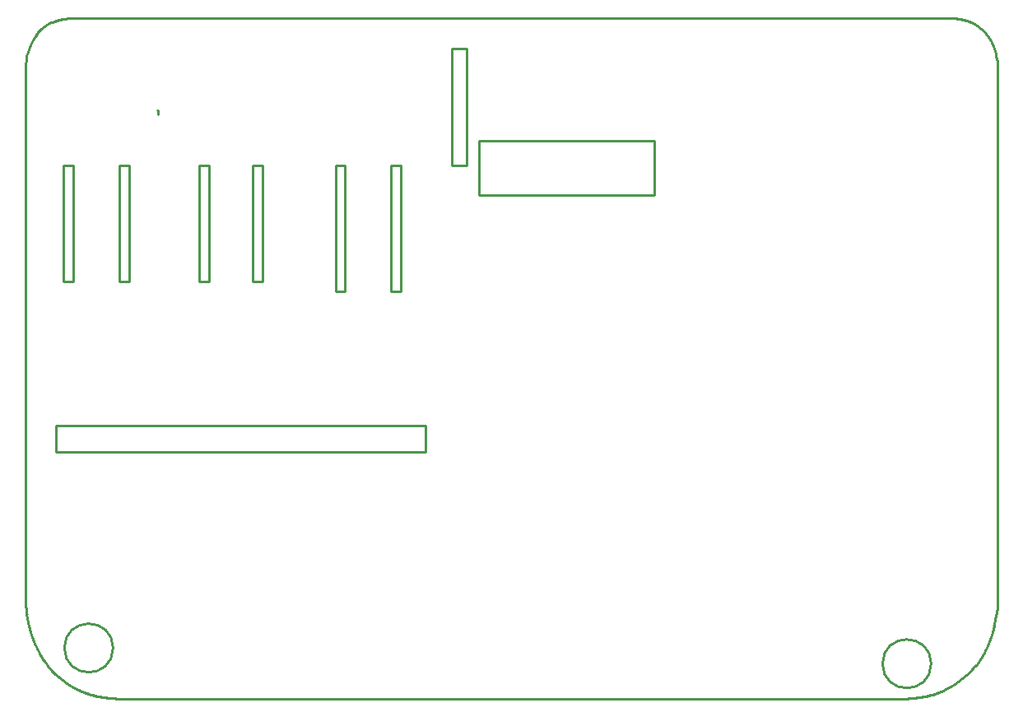
<source format=gbr>
%TF.GenerationSoftware,Altium Limited,Altium Designer,22.0.2 (36)*%
G04 Layer_Color=16711935*
%FSLAX45Y45*%
%MOMM*%
%TF.SameCoordinates,D2D0E374-18DE-4B15-8EA8-0B9E4DC8859C*%
%TF.FilePolarity,Positive*%
%TF.FileFunction,Other,Mechanical_1*%
%TF.Part,Single*%
G01*
G75*
%TA.AperFunction,NonConductor*%
%ADD58C,0.25400*%
D58*
X1912035Y1534434D02*
G03*
X1912035Y1534434I-250000J0D01*
G01*
X10328283Y1372344D02*
G03*
X10328283Y1372344I-250000J0D01*
G01*
X10860968Y7886612D02*
G03*
X10796659Y7937923I-287134J-293911D01*
G01*
X10796659Y7937923D02*
G03*
X10782650Y7946576I-225076J-348708D01*
G01*
X10762417Y7957788D02*
G03*
X10753809Y7962132I-197370J-380388D01*
G01*
D02*
G03*
X10745994Y7965870I-190855J-388994D01*
G01*
X10997368Y7628989D02*
G03*
X10994568Y7640777I-637389J-145188D01*
G01*
X11006774Y7578824D02*
G03*
X10997368Y7628989I-654257J-96708D01*
G01*
X10900322Y7842440D02*
G03*
X10895257Y7848848I-349907J-271346D01*
G01*
X10895258D02*
G03*
X10890043Y7855200I-341088J-274731D01*
G01*
X10890043Y7855199D02*
G03*
X10884070Y7862184I-332246J-278045D01*
G01*
D02*
G03*
X10877907Y7869088I-322834J-282026D01*
G01*
X10877907Y7869088D02*
G03*
X10870255Y7877256I-313344J-285890D01*
G01*
X10870255D02*
G03*
X10860968Y7886611I-302382J-290871D01*
G01*
X10782650Y7946576D02*
G03*
X10771755Y7952794I-213308J-361148D01*
G01*
X10745994Y7965870D02*
G03*
X10739028Y7969042I-185021J-396978D01*
G01*
X10771755Y7952794D02*
G03*
X10762417Y7957787I-204578J-371290D01*
G01*
X10976435Y1756546D02*
G03*
X10982036Y1780122I-1269178J313951D01*
G01*
X10982035Y1780121D02*
G03*
X11000847Y1880453I-1289702J293747D01*
G01*
X10777815Y1340403D02*
G03*
X10787944Y1353219I-689684J555509D01*
G01*
X10767385Y1327701D02*
G03*
X10777815Y1340403I-671746J562164D01*
G01*
X10755441Y1313731D02*
G03*
X10767386Y1327701I-652547J570060D01*
G01*
X10743114Y1299924D02*
G03*
X10755441Y1313731I-633342J577859D01*
G01*
X10727810Y1283588D02*
G03*
X10743114Y1299924I-611384J588116D01*
G01*
X10709235Y1264877D02*
G03*
X10727810Y1283589I-586189J600453D01*
G01*
X10580619Y1162254D02*
G03*
X10709235Y1264877I-445652J690445D01*
G01*
X10552600Y1144947D02*
G03*
X10580619Y1162254I-422133J714722D01*
G01*
X10530810Y1132513D02*
G03*
X10552600Y1144947I-404826J734732D01*
G01*
X10512134Y1122524D02*
G03*
X10530810Y1132512I-390480J752567D01*
G01*
X10465357Y1100015D02*
G03*
X10479288Y1106360I-356110J800302D01*
G01*
X10494918Y1113836D02*
G03*
X10512134Y1122524I-377525J769463D01*
G01*
X10479288Y1106360D02*
G03*
X10494918Y1113836I-366081J785465D01*
G01*
X1291421Y7971252D02*
G03*
X1284369Y7968145I174392J-405454D01*
G01*
X1143158Y7864264D02*
G03*
X1137129Y7857303I323372J-286187D01*
G01*
X1284369Y7968145D02*
G03*
X1277438Y7964946I179517J-398076D01*
G01*
D02*
G03*
X1269661Y7961179I184501J-390754D01*
G01*
D02*
G03*
X1261097Y7956803I190224J-382858D01*
G01*
Y7956803D02*
G03*
X1251806Y7951774I196707J-374520D01*
G01*
D02*
G03*
X1240078Y7944985I203810J-365575D01*
G01*
Y7944985D02*
G03*
X1180551Y7901535I211406J-352132D01*
G01*
X1180551D02*
G03*
X1167158Y7889248I273134J-311172D01*
G01*
D02*
G03*
X1157759Y7879948I289486J-301979D01*
G01*
D02*
G03*
X1150013Y7871825I301987J-295720D01*
G01*
D02*
G03*
X1143159Y7864264I313041J-290668D01*
G01*
X1137129Y7857303D02*
G03*
X1131864Y7850972I332918J-282208D01*
G01*
D02*
G03*
X1126750Y7844582I341835J-278856D01*
G01*
X1029864Y7636809D02*
G03*
X1020512Y7590825I642919J-154690D01*
G01*
X1024552Y1880453D02*
G03*
X1043364Y1780121I1308514J193415D01*
G01*
X1043364Y1780122D02*
G03*
X1048965Y1756546I1274778J290376D01*
G01*
X1530482Y1113836D02*
G03*
X1546112Y1106360I381711J777989D01*
G01*
X1513266Y1122524D02*
G03*
X1530482Y1113836I394740J760775D01*
G01*
X1237455Y1353219D02*
G03*
X1247585Y1340403I699813J542693D01*
G01*
X1247585D02*
G03*
X1258015Y1327701I682175J549462D01*
G01*
X1258014D02*
G03*
X1269959Y1313731I664492J556090D01*
G01*
D02*
G03*
X1282286Y1299924I645669J564052D01*
G01*
Y1299924D02*
G03*
X1297590Y1283588I626688J571781D01*
G01*
Y1283589D02*
G03*
X1316164Y1264877I604764J581742D01*
G01*
Y1264877D02*
G03*
X1444781Y1162254I574269J587822D01*
G01*
X1444781Y1162254D02*
G03*
X1472799Y1144947I450152J697415D01*
G01*
D02*
G03*
X1494590Y1132513I426617J722297D01*
G01*
Y1132512D02*
G03*
X1513266Y1122524I409155J742579D01*
G01*
X1546112Y1106360D02*
G03*
X1560043Y1100015I370042J793957D01*
G01*
X5680000Y6190000D02*
X7480000D01*
X5680000Y6750000D02*
X7480000D01*
Y6190000D02*
Y6750000D01*
X5680000Y6190000D02*
Y6750000D01*
X5400000Y7700000D02*
X5550000D01*
X5400000Y6500000D02*
Y7700000D01*
X5550000Y6500000D02*
Y7700000D01*
X5400000Y6500000D02*
X5550000D01*
X1325000Y3550000D02*
X5125000D01*
X1325000D02*
Y3825000D01*
X5125000Y3550000D02*
Y3825000D01*
X1325000D02*
X5125000D01*
X4200000Y5200000D02*
X4300000D01*
X4200000D02*
Y6500000D01*
X4300000D01*
Y5200000D02*
Y6500000D01*
X4775000Y5200000D02*
Y6500000D01*
X4875000Y5200000D02*
Y6500000D01*
X4775000Y5200000D02*
X4875000D01*
X4775000Y6500000D02*
X4875000D01*
X3350000D02*
X3450000D01*
Y5300000D02*
Y6500000D01*
X3350000Y5300000D02*
Y6500000D01*
Y5300000D02*
X3450000D01*
X2800000D02*
X2900000D01*
X2800000Y6500000D02*
X2900000D01*
Y5300000D02*
Y6500000D01*
X2800000Y5300000D02*
Y6500000D01*
X1975000Y5300000D02*
Y5400000D01*
Y6500000D02*
X2075000D01*
Y5300000D02*
Y6500000D01*
X1975000Y5300000D02*
X2075000D01*
X1975000Y5400000D02*
Y6500000D01*
X1500000Y5300000D02*
Y6500000D01*
X1400000Y5300000D02*
X1500000D01*
X1400000D02*
Y6500000D01*
X1500000D01*
X2374034Y7026134D02*
X2374043Y7025943D01*
X2373683Y7032665D02*
X2373715Y7032154D01*
X2373856Y7029731D02*
X2373881Y7029274D01*
X2373745Y7031652D02*
X2373775Y7031158D01*
X2373803Y7030674D01*
X2373715Y7032154D02*
X2373745Y7031652D01*
X2373881Y7029274D02*
X2373905Y7028825D01*
X2373927Y7028386D01*
X2373949Y7027955D01*
X2373970Y7027534D01*
X2373989Y7027123D01*
X2374008Y7026720D01*
X2374026Y7026327D01*
X2370538Y7064499D02*
X2370870Y7061925D01*
X2373650Y7033185D02*
X2373683Y7032665D01*
X2373803Y7030674D02*
X2373830Y7030198D01*
X2373856Y7029731D01*
X2373616Y7033714D02*
X2373650Y7033185D01*
X2373197Y7039470D02*
X2373269Y7038553D01*
X2373337Y7037655D01*
X2373381Y7037066D01*
X2373424Y7036486D01*
X2373465Y7035915D01*
X2373505Y7035352D01*
X2373543Y7034797D01*
X2373580Y7034251D01*
X2373616Y7033714D01*
X2373121Y7040406D02*
X2373197Y7039470D01*
X2373042Y7041360D02*
X2373121Y7040406D01*
X2374208Y7021114D02*
X2374211Y7021004D01*
X2374220Y7020589D02*
X2374222Y7020492D01*
X2374211Y7021004D02*
X2374213Y7020897D01*
X2374216Y7020792D01*
X2374222Y7020492D02*
X2374224Y7020397D01*
X2374226Y7020305D01*
X2374227Y7020216D01*
X2374229Y7020129D01*
X2374230Y7020044D01*
X2374232Y7019962D01*
X2374233Y7019883D01*
X2374216Y7020792D02*
X2374218Y7020689D01*
X2374241Y7019344D02*
X2374241Y7019288D01*
X2374244Y7019050D02*
X2374244Y7019011D01*
X2374242Y7019185D02*
X2374243Y7019138D01*
X2374243Y7019093D01*
X2374244Y7019050D01*
X2374244Y7018974D02*
X2374244Y7018940D01*
X2374245Y7018908D01*
X2374245Y7018880D01*
X2374244Y7019011D02*
X2374244Y7018974D01*
X2374245Y7018854D02*
Y7018880D01*
X2374245Y7018742D02*
Y7018744D01*
Y7018748D01*
X2374245Y7018792D02*
Y7018810D01*
Y7018831D01*
X2374245Y7018854D02*
X2374245Y7018831D01*
Y7018792D02*
X2374245Y7018777D01*
Y7018764D02*
Y7018777D01*
Y7018755D02*
Y7018764D01*
Y7018748D02*
Y7018755D01*
X2370124Y7067580D02*
X2370538Y7064499D01*
X2372591Y7046399D02*
X2372689Y7045356D01*
X2372960Y7042332D02*
X2373042Y7041360D01*
X2372689Y7045356D02*
X2372783Y7044330D01*
X2372873Y7043322D01*
X2372960Y7042332D01*
X2372454Y7047818D02*
X2372591Y7046399D01*
X2372310Y7049267D02*
X2372454Y7047818D01*
X2372159Y7050747D02*
X2372310Y7049267D01*
X2370870Y7061925D02*
X2371181Y7059412D01*
X2371656Y7055364D02*
X2371832Y7053796D01*
X2371999Y7052256D01*
X2372159Y7050747D01*
X2374242Y7019235D02*
X2374242Y7019185D01*
X2374218Y7020689D02*
X2374220Y7020589D01*
X2374241Y7019288D02*
X2374242Y7019235D01*
X2374240Y7019402D02*
X2374241Y7019344D01*
X2374237Y7019661D02*
X2374238Y7019593D01*
X2374239Y7019526D01*
X2374239Y7019463D01*
X2374240Y7019402D01*
X2374235Y7019807D02*
X2374236Y7019733D01*
X2374237Y7019661D01*
X2374233Y7019883D02*
X2374235Y7019807D01*
X2374206Y7021226D02*
X2374208Y7021114D01*
X2374200Y7021459D02*
X2374203Y7021342D01*
X2374206Y7021226D01*
X2374190Y7021827D02*
X2374193Y7021702D01*
X2374197Y7021580D01*
X2374200Y7021459D01*
X2374187Y7021955D02*
X2374190Y7021827D01*
X2374183Y7022085D02*
X2374187Y7021955D01*
X2374179Y7022218D02*
X2374183Y7022085D01*
X2374171Y7022490D02*
X2374175Y7022353D01*
X2374179Y7022218D01*
X2374051Y7025755D02*
X2374059Y7025569D01*
X2374066Y7025385D01*
X2374074Y7025204D01*
X2374088Y7024848D02*
X2374095Y7024674D01*
X2374102Y7024502D01*
X2374108Y7024333D01*
X2374114Y7024166D01*
X2374074Y7025204D02*
X2374081Y7025025D01*
X2374088Y7024848D01*
X2374043Y7025943D02*
X2374051Y7025755D01*
X2374114Y7024166D02*
X2374120Y7024002D01*
X2374126Y7023840D01*
X2374132Y7023680D01*
X2374148Y7023216D02*
X2374153Y7023065D01*
X2374158Y7022918D01*
X2374162Y7022773D01*
X2374167Y7022631D01*
X2374171Y7022490D01*
X2374143Y7023368D02*
X2374148Y7023216D01*
X2374137Y7023523D02*
X2374143Y7023368D01*
X2374132Y7023680D02*
X2374137Y7023523D01*
X1508213Y8012687D02*
X1512700Y8012700D01*
X1503754Y8012646D02*
X1508213Y8012687D01*
X1499321Y8012579D02*
X1503754Y8012646D01*
X1494915Y8012486D02*
X1499321Y8012579D01*
X1490536Y8012366D02*
X1494915Y8012486D01*
X1486183Y8012220D02*
X1490536Y8012366D01*
X1481857Y8012048D02*
X1486183Y8012220D01*
X1477557Y8011850D02*
X1481857Y8012048D01*
X1473284Y8011626D02*
X1477557Y8011850D01*
X1469036Y8011377D02*
X1473284Y8011626D01*
X1464815Y8011102D02*
X1469036Y8011377D01*
X1460621Y8010803D02*
X1464815Y8011102D01*
X1393224Y8002005D02*
X1398248Y8002938D01*
X1378416Y7998969D02*
X1383309Y8000020D01*
X1388245Y8001032D02*
X1393224Y8002005D01*
X1383309Y8000020D02*
X1388245Y8001032D01*
X1373567Y7997879D02*
X1378416Y7998969D01*
X1368761Y7996752D02*
X1373567Y7997879D01*
X1363998Y7995586D02*
X1368761Y7996752D01*
X1359277Y7994383D02*
X1363998Y7995586D01*
X1354599Y7993144D02*
X1359277Y7994383D01*
X1349963Y7991867D02*
X1354599Y7993144D01*
X1344227Y7990221D02*
X1349963Y7991867D01*
X1338557Y7988519D02*
X1344227Y7990221D01*
X1332952Y7986762D02*
X1338557Y7988519D01*
X10518676Y8012676D02*
X10523127Y8012627D01*
X10512700Y8012700D02*
X10518676Y8012676D01*
X1512700Y8012700D02*
X10512700D01*
X1456452Y8010478D02*
X1460621Y8010803D01*
X1452309Y8010128D02*
X1456452Y8010478D01*
X1435995Y8008483D02*
X1440035Y8008931D01*
X1448192Y8009754D02*
X1452309Y8010128D01*
X1444101Y8009355D02*
X1448192Y8009754D01*
X1440035Y8008931D02*
X1444101Y8009355D01*
X1431981Y8008012D02*
X1435995Y8008483D01*
X1427992Y8007516D02*
X1431981Y8008012D01*
X1424028Y8006996D02*
X1427992Y8007516D01*
X1418783Y8006267D02*
X1424028Y8006996D01*
X1413582Y8005496D02*
X1418783Y8006267D01*
X1408426Y8004684D02*
X1413582Y8005496D01*
X1403315Y8003832D02*
X1408426Y8004684D01*
X1398248Y8002938D02*
X1403315Y8003832D01*
X1327411Y7984951D02*
X1332952Y7986762D01*
X1291421Y7971252D02*
X1297561Y7973839D01*
X1310112Y7978798D02*
X1316523Y7981168D01*
X1321935Y7983086D02*
X1327411Y7984951D01*
X1316523Y7981168D02*
X1321935Y7983086D01*
X1303791Y7976355D02*
X1310112Y7978798D01*
X1297561Y7973839D02*
X1303791Y7976355D01*
X11012617Y7517071D02*
X11012621Y7516916D01*
X11012612Y7517228D02*
X11012617Y7517071D01*
X11012607Y7517388D02*
X11012612Y7517228D01*
X11012602Y7517551D02*
X11012607Y7517388D01*
X11012597Y7517716D02*
X11012602Y7517551D01*
X11012592Y7517884D02*
X11012597Y7517716D01*
X11012587Y7518055D02*
X11012592Y7517884D01*
X11012581Y7518228D02*
X11012587Y7518055D01*
X11012575Y7518403D02*
X11012581Y7518228D01*
X11012569Y7518582D02*
X11012575Y7518403D01*
X11012563Y7518763D02*
X11012569Y7518582D01*
X11012556Y7518946D02*
X11012563Y7518763D01*
X11012549Y7519133D02*
X11012556Y7518946D01*
X11012543Y7519322D02*
X11012549Y7519133D01*
X11012536Y7519513D02*
X11012543Y7519322D01*
X11012528Y7519707D02*
X11012536Y7519513D01*
X11012521Y7519903D02*
X11012528Y7519707D01*
X11012513Y7520103D02*
X11012521Y7519903D01*
X11012506Y7520304D02*
X11012513Y7520103D01*
X11012497Y7520509D02*
X11012506Y7520304D01*
X11012489Y7520715D02*
X11012497Y7520509D01*
X11012472Y7521137D02*
X11012489Y7520715D01*
X11012453Y7521568D02*
X11012472Y7521137D01*
X11012434Y7522010D02*
X11012453Y7521568D01*
X11012414Y7522462D02*
X11012434Y7522010D01*
X11012393Y7522923D02*
X11012414Y7522462D01*
X11012700Y7512706D02*
Y7512713D01*
Y7512724D01*
X11011079Y7542314D02*
X11011176Y7541189D01*
X11010944Y7543844D02*
X11011079Y7542314D01*
X11012700Y7512700D02*
Y7512702D01*
Y7512706D01*
Y7512724D02*
Y7512737D01*
Y7512754D01*
Y7512773D01*
X11012700Y7512795D02*
X11012700Y7512773D01*
X11012700Y7512795D02*
Y7512821D01*
X11012699Y7512849D02*
X11012700Y7512821D01*
X11012699Y7512849D02*
Y7512880D01*
X11012699Y7512914D02*
X11012699Y7512880D01*
X11012699Y7512951D02*
X11012699Y7512914D01*
X11012699Y7512991D02*
X11012699Y7512951D01*
X11012698Y7513034D02*
X11012699Y7512991D01*
X11012698Y7513080D02*
X11012698Y7513034D01*
X11012698Y7513128D02*
X11012698Y7513080D01*
X11012697Y7513180D02*
X11012698Y7513128D01*
X11012697Y7513235D02*
X11012697Y7513180D01*
X11012696Y7513292D02*
X11012697Y7513235D01*
X11012695Y7513352D02*
X11012696Y7513292D01*
X11012695Y7513415D02*
X11012695Y7513352D01*
X11012694Y7513481D02*
X11012695Y7513415D01*
X11012693Y7513550D02*
X11012694Y7513481D01*
X11012692Y7513622D02*
X11012693Y7513550D01*
X11012691Y7513696D02*
X11012692Y7513622D01*
X11012690Y7513774D02*
X11012691Y7513696D01*
X11012689Y7513854D02*
X11012690Y7513774D01*
X11012688Y7513937D02*
X11012689Y7513854D01*
X11012686Y7514023D02*
X11012688Y7513937D01*
X11012685Y7514112D02*
X11012686Y7514023D01*
X11012684Y7514203D02*
X11012685Y7514112D01*
X11012682Y7514297D02*
X11012684Y7514203D01*
X11012680Y7514395D02*
X11012682Y7514297D01*
X11012679Y7514494D02*
X11012680Y7514395D01*
X11012677Y7514597D02*
X11012679Y7514494D01*
X11012675Y7514703D02*
X11012677Y7514597D01*
X11012672Y7514811D02*
X11012675Y7514703D01*
X11012670Y7514922D02*
X11012672Y7514811D01*
X11012668Y7515036D02*
X11012670Y7514922D01*
X11012666Y7515153D02*
X11012668Y7515036D01*
X11012663Y7515272D02*
X11012666Y7515153D01*
X11012660Y7515394D02*
X11012663Y7515272D01*
X11012657Y7515519D02*
X11012660Y7515394D01*
X11012654Y7515646D02*
X11012657Y7515519D01*
X11012651Y7515777D02*
X11012654Y7515646D01*
X11012648Y7515910D02*
X11012651Y7515777D01*
X11012645Y7516045D02*
X11012648Y7515910D01*
X11012641Y7516184D02*
X11012645Y7516045D01*
X11012637Y7516325D02*
X11012641Y7516184D01*
X11012634Y7516469D02*
X11012637Y7516325D01*
X11012630Y7516615D02*
X11012634Y7516469D01*
X11012625Y7516764D02*
X11012630Y7516615D01*
X11012621Y7516916D02*
X11012625Y7516764D01*
X11011978Y7530411D02*
X11012016Y7529814D01*
X11011940Y7531017D02*
X11011978Y7530411D01*
X11011899Y7531632D02*
X11011940Y7531017D01*
X11011857Y7532256D02*
X11011899Y7531632D01*
X11011814Y7532890D02*
X11011857Y7532256D01*
X11011747Y7533857D02*
X11011814Y7532890D01*
X11011676Y7534845D02*
X11011747Y7533857D01*
X11011602Y7535853D02*
X11011676Y7534845D01*
X11011524Y7536881D02*
X11011602Y7535853D01*
X11011442Y7537929D02*
X11011524Y7536881D01*
X11011357Y7538996D02*
X11011442Y7537929D01*
X11011268Y7540083D02*
X11011357Y7538996D01*
X11011176Y7541189D02*
X11011268Y7540083D01*
X11012371Y7523395D02*
X11012393Y7522923D01*
X11012348Y7523876D02*
X11012371Y7523395D01*
X11012323Y7524368D02*
X11012348Y7523876D01*
X11012298Y7524869D02*
X11012323Y7524368D01*
X11012271Y7525380D02*
X11012298Y7524869D01*
X11012244Y7525901D02*
X11012271Y7525380D01*
X11012215Y7526431D02*
X11012244Y7525901D01*
X11012185Y7526971D02*
X11012215Y7526431D01*
X11012153Y7527521D02*
X11012185Y7526971D01*
X11012121Y7528080D02*
X11012153Y7527521D01*
X11012087Y7528648D02*
X11012121Y7528080D01*
X11012052Y7529226D02*
X11012087Y7528648D01*
X11012016Y7529814D02*
X11012052Y7529226D01*
X10920103Y7814857D02*
X10923473Y7809700D01*
X10929965Y7799332D02*
X10933090Y7794126D01*
X10926760Y7804524D02*
X10929965Y7799332D01*
X10923473Y7809700D02*
X10926760Y7804524D01*
X10916650Y7819994D02*
X10920103Y7814857D01*
X10913112Y7825107D02*
X10916650Y7819994D01*
X10908963Y7830921D02*
X10913112Y7825107D01*
X10904700Y7836700D02*
X10908963Y7830921D01*
X10900322Y7842440D02*
X10904700Y7836700D01*
X11010802Y7545408D02*
X11010944Y7543844D01*
X11010329Y7550294D02*
X11010494Y7548633D01*
X11010652Y7547004D02*
X11010802Y7545408D01*
X11010494Y7548633D02*
X11010652Y7547004D01*
X11010156Y7551987D02*
X11010329Y7550294D01*
X11009927Y7554148D02*
X11010156Y7551987D01*
X11009686Y7556357D02*
X11009927Y7554148D01*
X11009430Y7558614D02*
X11009686Y7556357D01*
X11009105Y7561384D02*
X11009430Y7558614D01*
X11008700Y7564700D02*
X11009105Y7561384D01*
X11008200Y7568597D02*
X11008700Y7564700D01*
X11007591Y7573115D02*
X11008200Y7568597D01*
X11006774Y7578824D02*
X11007591Y7573115D01*
X10992168Y7650174D02*
X10994568Y7640777D01*
X10985695Y7673016D02*
X10987782Y7666000D01*
X10989950Y7658374D02*
X10992168Y7650174D01*
X10987782Y7666000D02*
X10989950Y7658374D01*
X10983720Y7679393D02*
X10985695Y7673016D01*
X10981650Y7685825D02*
X10983720Y7679393D01*
X10979485Y7692307D02*
X10981650Y7685825D01*
X10977477Y7698109D02*
X10979485Y7692307D01*
X10975391Y7703943D02*
X10977477Y7698109D01*
X10973223Y7709808D02*
X10975391Y7703943D01*
X10970973Y7715700D02*
X10973223Y7709808D01*
X10968936Y7720876D02*
X10970973Y7715700D01*
X10966833Y7726068D02*
X10968936Y7720876D01*
X10964664Y7731274D02*
X10966833Y7726068D01*
X10957749Y7746959D02*
X10960123Y7741722D01*
X10962428Y7736493D02*
X10964664Y7731274D01*
X10960123Y7741722D02*
X10962428Y7736493D01*
X10955304Y7752203D02*
X10957749Y7746959D01*
X10952788Y7757450D02*
X10955304Y7752203D01*
X10950200Y7762700D02*
X10952788Y7757450D01*
X10947538Y7767950D02*
X10950200Y7762700D01*
X10944802Y7773197D02*
X10947538Y7767950D01*
X10941990Y7778441D02*
X10944802Y7773197D01*
X10939101Y7783678D02*
X10941990Y7778441D01*
X10936135Y7788907D02*
X10939101Y7783678D01*
X10933090Y7794126D02*
X10936135Y7788907D01*
X10731942Y7972122D02*
X10739028Y7969042D01*
X10725772Y7974685D02*
X10731942Y7972122D01*
X10719512Y7977177D02*
X10725772Y7974685D01*
X10713161Y7979596D02*
X10719512Y7977177D01*
X10707800Y7981556D02*
X10713161Y7979596D01*
X10702375Y7983463D02*
X10707800Y7981556D01*
X10696886Y7985317D02*
X10702375Y7983463D01*
X10661402Y7995586D02*
X10666123Y7994383D01*
X10691332Y7987118D02*
X10696886Y7985317D01*
X10685714Y7988864D02*
X10691332Y7987118D01*
X10680031Y7990555D02*
X10685714Y7988864D01*
X10675437Y7991867D02*
X10680031Y7990555D01*
X10670801Y7993144D02*
X10675437Y7991867D01*
X10666123Y7994383D02*
X10670801Y7993144D01*
X10656639Y7996752D02*
X10661402Y7995586D01*
X10651833Y7997879D02*
X10656639Y7996752D01*
X10646984Y7998969D02*
X10651833Y7997879D01*
X10642091Y8000020D02*
X10646984Y7998969D01*
X10637155Y8001032D02*
X10642091Y8000020D01*
X10632176Y8002005D02*
X10637155Y8001032D01*
X10616973Y8004684D02*
X10622085Y8003832D01*
X10627152Y8002938D02*
X10632176Y8002005D01*
X10622085Y8003832D02*
X10627152Y8002938D01*
X10611817Y8005496D02*
X10616973Y8004684D01*
X10606617Y8006267D02*
X10611817Y8005496D01*
X10602687Y8006818D02*
X10606617Y8006267D01*
X10598732Y8007345D02*
X10602687Y8006818D01*
X10594751Y8007849D02*
X10598732Y8007345D01*
X10590746Y8008329D02*
X10594751Y8007849D01*
X10586714Y8008785D02*
X10590746Y8008329D01*
X10582657Y8009216D02*
X10586714Y8008785D01*
X10578575Y8009623D02*
X10582657Y8009216D01*
X10574466Y8010006D02*
X10578575Y8009623D01*
X10561985Y8011005D02*
X10566172Y8010697D01*
X10570332Y8010364D02*
X10574466Y8010006D01*
X10566172Y8010697D02*
X10570332Y8010364D01*
X10557773Y8011288D02*
X10561985Y8011005D01*
X10553535Y8011546D02*
X10557773Y8011288D01*
X10549270Y8011778D02*
X10553535Y8011546D01*
X10544979Y8011984D02*
X10549270Y8011778D01*
X10540662Y8012165D02*
X10544979Y8011984D01*
X10536318Y8012320D02*
X10540662Y8012165D01*
X10531947Y8012449D02*
X10536318Y8012320D01*
X10527550Y8012551D02*
X10531947Y8012449D01*
X10523127Y8012627D02*
X10527550Y8012551D01*
X11012700Y2012700D02*
Y7512700D01*
Y2012697D02*
Y2012700D01*
Y2012688D02*
Y2012697D01*
Y2012673D02*
Y2012688D01*
Y2012652D02*
Y2012673D01*
Y2012625D02*
Y2012652D01*
Y2012592D02*
Y2012625D01*
X11012700Y2012554D02*
X11012700Y2012592D01*
X11012699Y2012509D02*
X11012700Y2012554D01*
X11012699Y2012459D02*
Y2012509D01*
X11012699Y2012402D02*
X11012699Y2012459D01*
X11012699Y2012340D02*
X11012699Y2012402D01*
X11012698Y2012271D02*
X11012699Y2012340D01*
X11012425Y2000574D02*
X11012438Y2000936D01*
X11012412Y2000207D02*
X11012425Y2000574D01*
X11012399Y1999834D02*
X11012412Y2000207D01*
X11012385Y1999457D02*
X11012399Y1999834D01*
X11012371Y1999074D02*
X11012385Y1999457D01*
X11012357Y1998686D02*
X11012371Y1999074D01*
X11012342Y1998293D02*
X11012357Y1998686D01*
X11012327Y1997894D02*
X11012342Y1998293D01*
X11012311Y1997491D02*
X11012327Y1997894D01*
X11012295Y1997082D02*
X11012311Y1997491D01*
X11012278Y1996669D02*
X11012295Y1997082D01*
X11012243Y1995826D02*
X11012278Y1996669D01*
X11012207Y1994963D02*
X11012243Y1995826D01*
X11012559Y2004869D02*
X11012567Y2005162D01*
X11012551Y2004571D02*
X11012559Y2004869D01*
X11012542Y2004267D02*
X11012551Y2004571D01*
X11012533Y2003958D02*
X11012542Y2004267D01*
X11012524Y2003643D02*
X11012533Y2003958D01*
X11012515Y2003323D02*
X11012524Y2003643D01*
X11012505Y2002998D02*
X11012515Y2003323D01*
X11012495Y2002668D02*
X11012505Y2002998D01*
X11012484Y2002332D02*
X11012495Y2002668D01*
X11012473Y2001991D02*
X11012484Y2002332D01*
X11012462Y2001645D02*
X11012473Y2001991D01*
X11012450Y2001293D02*
X11012462Y2001645D01*
X11012438Y2000936D02*
X11012450Y2001293D01*
X11012641Y2008256D02*
X11012645Y2008478D01*
X11012636Y2008028D02*
X11012641Y2008256D01*
X11012631Y2007795D02*
X11012636Y2008028D01*
X11012626Y2007556D02*
X11012631Y2007795D01*
X11012620Y2007312D02*
X11012626Y2007556D01*
X11012615Y2007062D02*
X11012620Y2007312D01*
X11012609Y2006807D02*
X11012615Y2007062D01*
X11012603Y2006547D02*
X11012609Y2006807D01*
X11012596Y2006280D02*
X11012603Y2006547D01*
X11012589Y2006009D02*
X11012596Y2006280D01*
X11012582Y2005732D02*
X11012589Y2006009D01*
X11012575Y2005450D02*
X11012582Y2005732D01*
X11012567Y2005162D02*
X11012575Y2005450D01*
X11012682Y2010707D02*
X11012684Y2010856D01*
X11012680Y2010552D02*
X11012682Y2010707D01*
X11012678Y2010392D02*
X11012680Y2010552D01*
X11012675Y2010226D02*
X11012678Y2010392D01*
X11012673Y2010054D02*
X11012675Y2010226D01*
X11012670Y2009877D02*
X11012673Y2010054D01*
X11012667Y2009693D02*
X11012670Y2009877D01*
X11012664Y2009505D02*
X11012667Y2009693D01*
X11012661Y2009310D02*
X11012664Y2009505D01*
X11012657Y2009111D02*
X11012661Y2009310D01*
X11012653Y2008905D02*
X11012657Y2009111D01*
X11012649Y2008694D02*
X11012653Y2008905D01*
X11012645Y2008478D02*
X11012649Y2008694D01*
X11012168Y1994080D02*
X11012207Y1994963D01*
X11012128Y1993177D02*
X11012168Y1994080D01*
X11012086Y1992253D02*
X11012128Y1993177D01*
X11012041Y1991310D02*
X11012086Y1992253D01*
X11011995Y1990347D02*
X11012041Y1991310D01*
X11011946Y1989364D02*
X11011995Y1990347D01*
X11011896Y1988362D02*
X11011946Y1989364D01*
X11011843Y1987340D02*
X11011896Y1988362D01*
X11011787Y1986298D02*
X11011843Y1987340D01*
X11011730Y1985238D02*
X11011787Y1986298D01*
X11011670Y1984158D02*
X11011730Y1985238D01*
X11011607Y1983059D02*
X11011670Y1984158D01*
X11011542Y1981940D02*
X11011607Y1983059D01*
X11011475Y1980803D02*
X11011542Y1981940D01*
X11011405Y1979647D02*
X11011475Y1980803D01*
X11011332Y1978472D02*
X11011405Y1979647D01*
X11011257Y1977279D02*
X11011332Y1978472D01*
X11011179Y1976067D02*
X11011257Y1977279D01*
X11011098Y1974836D02*
X11011179Y1976067D01*
X11011015Y1973587D02*
X11011098Y1974836D01*
X11010928Y1972320D02*
X11011015Y1973587D01*
X11010793Y1970385D02*
X11010928Y1972320D01*
X11010652Y1968410D02*
X11010793Y1970385D01*
X11010503Y1966394D02*
X11010652Y1968410D01*
X11010347Y1964338D02*
X11010503Y1966394D01*
X11010184Y1962243D02*
X11010347Y1964338D01*
X11010014Y1960108D02*
X11010184Y1962243D01*
X11009837Y1957935D02*
X11010014Y1960108D01*
X11009651Y1955722D02*
X11009837Y1957935D01*
X11009458Y1953472D02*
X11009651Y1955722D01*
X11009188Y1950412D02*
X11009458Y1953472D01*
X11008904Y1947285D02*
X11009188Y1950412D01*
X11008604Y1944092D02*
X11008904Y1947285D01*
X11008289Y1940834D02*
X11008604Y1944092D01*
X11007958Y1937511D02*
X11008289Y1940834D01*
X11007611Y1934125D02*
X11007958Y1937511D01*
X11007155Y1929803D02*
X11007611Y1934125D01*
X11006671Y1925385D02*
X11007155Y1929803D01*
X11006161Y1920871D02*
X11006671Y1925385D01*
X11005511Y1915331D02*
X11006161Y1920871D01*
X11004700Y1908700D02*
X11005511Y1915331D01*
X11003701Y1900906D02*
X11004700Y1908700D01*
X11002482Y1891869D02*
X11003701Y1900906D01*
X11000848Y1880453D02*
X11002482Y1891869D01*
X10971636Y1737752D02*
X10976435Y1756546D01*
X10967201Y1721352D02*
X10971636Y1737752D01*
X10962864Y1706100D02*
X10967201Y1721352D01*
X10958690Y1692068D02*
X10962864Y1706100D01*
X10954739Y1679314D02*
X10958690Y1692068D01*
X10950601Y1666450D02*
X10954739Y1679314D01*
X11012684Y2010856D02*
X11012686Y2011000D01*
X11012698Y2012197D02*
X11012698Y2012271D01*
X11012697Y2012117D02*
X11012698Y2012197D01*
X11012697Y2012032D02*
X11012697Y2012117D01*
X11012696Y2011940D02*
X11012697Y2012032D01*
X11012695Y2011843D02*
X11012696Y2011940D01*
X11012694Y2011740D02*
X11012695Y2011843D01*
X11012693Y2011631D02*
X11012694Y2011740D01*
X11012692Y2011516D02*
X11012693Y2011631D01*
X11012691Y2011396D02*
X11012692Y2011516D01*
X11012689Y2011269D02*
X11012691Y2011396D01*
X11012688Y2011137D02*
X11012689Y2011269D01*
X11012686Y2011000D02*
X11012688Y2011137D01*
X1012711Y7513854D02*
X1012712Y7513937D01*
X1012708Y7513622D02*
X1012709Y7513696D01*
X1012710Y7513774D02*
X1012711Y7513854D01*
X1012709Y7513696D02*
X1012710Y7513774D01*
X1012707Y7513550D02*
X1012708Y7513622D01*
X1012706Y7513481D02*
X1012707Y7513550D01*
X1012705Y7513415D02*
X1012706Y7513481D01*
X1012705Y7513352D02*
X1012705Y7513415D01*
X1012704Y7513292D02*
X1012705Y7513352D01*
X1012703Y7513235D02*
X1012704Y7513292D01*
X1012703Y7513180D02*
X1012703Y7513235D01*
X1012702Y7513128D02*
X1012703Y7513180D01*
X1012702Y7513080D02*
X1012702Y7513128D01*
X1084639Y7780686D02*
X1087561Y7785920D01*
X1081794Y7775445D02*
X1084639Y7780686D01*
X1083145Y1641883D02*
X1087318Y1630214D01*
X1091654Y1618484D01*
X1096154Y1606700D01*
X1100228Y1596349D01*
X1104434Y1585965D01*
X1108772Y1575552D01*
X1113245Y1565114D01*
X1117854Y1554656D01*
X1122602Y1544181D01*
X1127491Y1533694D01*
X1132523Y1523199D01*
X1012702Y7513034D02*
X1012702Y7513080D01*
X1012701Y7512914D02*
X1012701Y7512951D01*
X1012701Y7512991D02*
X1012702Y7513034D01*
X1012701Y7512951D02*
X1012701Y7512991D01*
X1012701Y7512880D02*
X1012701Y7512914D01*
X1012701Y7512849D02*
Y7512880D01*
X1012700Y7512821D02*
X1012701Y7512849D01*
X1012700Y7512795D02*
Y7512821D01*
X1012700Y7512773D02*
X1012700Y7512795D01*
X1012700Y7512754D02*
Y7512773D01*
Y7512737D02*
Y7512754D01*
Y7512724D02*
Y7512737D01*
Y7512713D02*
Y7512724D01*
Y7512706D02*
Y7512713D01*
Y6012700D02*
Y7012700D01*
Y7512700D02*
Y7512706D01*
Y7012700D02*
Y7512700D01*
Y5012700D02*
Y6012700D01*
Y4012700D02*
Y5012700D01*
Y3012700D02*
Y4012700D01*
Y2012700D02*
Y3012700D01*
Y2012697D02*
Y2012700D01*
Y2012688D02*
Y2012697D01*
Y2012673D02*
Y2012688D01*
Y2012652D02*
Y2012673D01*
Y2012625D02*
Y2012652D01*
Y2012592D02*
Y2012625D01*
X1012701Y2012459D02*
Y2012509D01*
X1012700Y2012592D02*
X1012700Y2012554D01*
X1012701Y2012509D01*
Y2012459D02*
X1012701Y2012402D01*
X1012701Y2012340D01*
X1012702Y2012271D01*
X1012702Y2012197D01*
X1012703Y2012117D01*
X1012703Y2012032D01*
X1012704Y2011940D01*
X1012705Y2011843D01*
X1012706Y2011740D01*
X1012707Y2011631D01*
X1012709Y2011396D02*
X1012711Y2011269D01*
X1012707Y2011631D02*
X1012708Y2011516D01*
X1012709Y2011396D01*
X1012711Y2011269D02*
X1012712Y2011137D01*
X1012714Y2011000D01*
X1012716Y2010856D01*
X1012718Y2010707D01*
X1012720Y2010552D01*
X1012722Y2010392D01*
X1012724Y2010226D01*
X1012727Y2010054D01*
X1012730Y2009877D01*
X1012733Y2009693D01*
X1012739Y2009310D02*
X1012743Y2009111D01*
X1012733Y2009693D02*
X1012736Y2009505D01*
X1012739Y2009310D01*
X1012743Y2009111D02*
X1012747Y2008905D01*
X1012751Y2008694D01*
X1012755Y2008478D01*
X1012759Y2008256D01*
X1012764Y2008028D01*
X1012769Y2007795D01*
X1012774Y2007556D01*
X1012780Y2007312D01*
X1012785Y2007062D01*
X1012791Y2006807D01*
X1012804Y2006280D02*
X1012811Y2006009D01*
X1012791Y2006807D02*
X1012797Y2006547D01*
X1012804Y2006280D01*
X1012811Y2006009D02*
X1012818Y2005732D01*
X1012825Y2005450D01*
X1012833Y2005162D01*
X1012840Y2004869D01*
X1012849Y2004571D01*
X1012858Y2004267D01*
X1012866Y2003958D01*
X1012876Y2003643D01*
X1012885Y2003323D01*
X1012895Y2002998D01*
X1012916Y2002332D02*
X1012927Y2001991D01*
X1012895Y2002998D02*
X1012905Y2002668D01*
X1012916Y2002332D01*
X1012927Y2001991D02*
X1012938Y2001645D01*
X1012950Y2001293D01*
X1012962Y2000936D01*
X1012975Y2000574D01*
X1012988Y2000207D01*
X1013001Y1999834D01*
X1013014Y1999457D01*
X1013028Y1999074D01*
X1013043Y1998686D01*
X1013058Y1998293D01*
X1013089Y1997491D02*
X1013105Y1997082D01*
X1013058Y1998293D02*
X1013073Y1997894D01*
X1013089Y1997491D01*
X1013105Y1997082D02*
X1013122Y1996669D01*
X1013156Y1995826D01*
X1013193Y1994963D01*
X1013231Y1994080D01*
X1013272Y1993177D01*
X1013314Y1992253D01*
X1013358Y1991310D01*
X1013405Y1990347D01*
X1013453Y1989364D01*
X1013504Y1988362D01*
X1013613Y1986298D02*
X1013670Y1985238D01*
X1013504Y1988362D02*
X1013557Y1987340D01*
X1013613Y1986298D01*
X1013670Y1985238D02*
X1013730Y1984158D01*
X1013793Y1983059D01*
X1013858Y1981940D01*
X1013925Y1980803D01*
X1013995Y1979647D01*
X1014068Y1978472D01*
X1014143Y1977279D01*
X1014221Y1976067D01*
X1014302Y1974836D01*
X1014385Y1973587D01*
X1014607Y1970385D02*
X1014748Y1968410D01*
X1014385Y1973587D02*
X1014471Y1972320D01*
X1014607Y1970385D01*
X1014748Y1968410D02*
X1014897Y1966394D01*
X1015053Y1964338D01*
X1015215Y1962243D01*
X1015386Y1960108D01*
X1015563Y1957935D01*
X1015749Y1955722D01*
X1015942Y1953472D01*
X1016212Y1950412D01*
X1016496Y1947285D01*
X1017441Y1937511D02*
X1017788Y1934125D01*
X1016496Y1947285D02*
X1016796Y1944092D01*
X1017111Y1940834D01*
X1017441Y1937511D01*
X1017788Y1934125D02*
X1018245Y1929803D01*
X1018728Y1925385D01*
X1019239Y1920871D01*
X1019889Y1915331D01*
X1020700Y1908700D01*
X1021699Y1900906D01*
X1022918Y1891869D01*
X1024552Y1880453D01*
X1939559Y1014544D02*
X1948141Y1014131D01*
X1956776Y1013769D01*
X10200534Y1025565D02*
X10210935Y1027107D01*
X10176803Y1022402D02*
X10184764Y1023409D01*
X10192674Y1024464D02*
X10200534Y1025565D01*
X10184764Y1023409D02*
X10192674Y1024464D01*
X10168791Y1021442D02*
X10176803Y1022402D01*
X10160728Y1020531D02*
X10168791Y1021442D01*
X10152615Y1019668D02*
X10160728Y1020531D01*
X10144449Y1018853D02*
X10152615Y1019668D01*
X10136232Y1018088D02*
X10144449Y1018853D01*
X10127964Y1017372D02*
X10136232Y1018088D01*
X10119644Y1016706D02*
X10127964Y1017372D01*
X10111271Y1016089D02*
X10119644Y1016706D01*
X10102847Y1015523D02*
X10111271Y1016089D01*
X10946270Y1653485D02*
X10950601Y1666450D01*
X10933746Y1618484D02*
X10938082Y1630214D01*
X10942255Y1641883D02*
X10946270Y1653485D01*
X10938082Y1630214D02*
X10942255Y1641883D01*
X10929246Y1606700D02*
X10933746Y1618484D01*
X10925171Y1596349D02*
X10929246Y1606700D01*
X10920966Y1585965D02*
X10925171Y1596349D01*
X10916628Y1575552D02*
X10920966Y1585965D01*
X10912155Y1565114D02*
X10916628Y1575552D01*
X10907546Y1554656D02*
X10912155Y1565114D01*
X10902798Y1544181D02*
X10907546Y1554656D01*
X10897909Y1533694D02*
X10902798Y1544181D01*
X10892877Y1523199D02*
X10897909Y1533694D01*
X10871279Y1481219D02*
X10876903Y1491705D01*
X10887700Y1512700D02*
X10892877Y1523199D01*
X10882376Y1502201D02*
X10887700Y1512700D01*
X10876903Y1491705D02*
X10882376Y1502201D01*
X10865502Y1470744D02*
X10871279Y1481219D01*
X10859570Y1460286D02*
X10865502Y1470744D01*
X10853480Y1449848D02*
X10859570Y1460286D01*
X10847231Y1439435D02*
X10853480Y1449848D01*
X10840820Y1429051D02*
X10847231Y1439435D01*
X10834246Y1418700D02*
X10840820Y1429051D01*
X10827507Y1408386D02*
X10834246Y1418700D01*
X10820600Y1398113D02*
X10827507Y1408386D01*
X10813523Y1387885D02*
X10820600Y1398113D01*
X10805225Y1376257D02*
X10813523Y1387885D01*
X10796700Y1364700D02*
X10805225Y1376257D01*
X10787944Y1353219D02*
X10796700Y1364700D01*
X10451184Y1093856D02*
X10465357Y1100015D01*
X10438844Y1088729D02*
X10451184Y1093856D01*
X10426324Y1083745D02*
X10438844Y1088729D01*
X10413623Y1078907D02*
X10426324Y1083745D01*
X10402900Y1074988D02*
X10413623Y1078907D01*
X10392050Y1071174D02*
X10402900Y1074988D01*
X10381071Y1067465D02*
X10392050Y1071174D01*
X10369964Y1063864D02*
X10381071Y1067465D01*
X10358728Y1060372D02*
X10369964Y1063864D01*
X10347361Y1056990D02*
X10358728Y1060372D01*
X10338174Y1054365D02*
X10347361Y1056990D01*
X10328902Y1051813D02*
X10338174Y1054365D01*
X10261610Y1036036D02*
X10271482Y1038060D01*
X10319546Y1049333D02*
X10328902Y1051813D01*
X10310105Y1046928D02*
X10319546Y1049333D01*
X10300578Y1044597D02*
X10310105Y1046928D01*
X10290966Y1042342D02*
X10300578Y1044597D01*
X10281267Y1040162D02*
X10290966Y1042342D01*
X10271482Y1038060D02*
X10281267Y1040162D01*
X10251651Y1034090D02*
X10261610Y1036036D01*
X10241605Y1032223D02*
X10251651Y1034090D01*
X10231470Y1030437D02*
X10241605Y1032223D01*
X10221247Y1028731D02*
X10231470Y1030437D01*
X10210935Y1027107D02*
X10221247Y1028731D01*
X10094370Y1015008D02*
X10102847Y1015523D01*
X10085841Y1014544D02*
X10094370Y1015008D01*
X10077258Y1014131D02*
X10085841Y1014544D01*
X10068624Y1013769D02*
X10077258Y1014131D01*
X10059936Y1013460D02*
X10068624Y1013769D01*
X10051195Y1013202D02*
X10059936Y1013460D01*
X10042401Y1012998D02*
X10051195Y1013202D01*
X10033553Y1012846D02*
X10042401Y1012998D01*
X10024652Y1012748D02*
X10033553Y1012846D01*
X1956776Y1013769D02*
X1965464Y1013460D01*
X2012700Y1012700D02*
X10012700D01*
X10024652Y1012748D01*
X1965464Y1013460D02*
X1974205Y1013202D01*
X1982999Y1012998D01*
X1991847Y1012846D01*
X2000748Y1012748D01*
X2012700Y1012700D01*
X1076332Y7764950D02*
X1079026Y7770199D01*
X1073712Y7759700D02*
X1076332Y7764950D01*
X1071165Y7754451D02*
X1073712Y7759700D01*
X1068690Y7749206D02*
X1071165Y7754451D01*
X1066286Y7743965D02*
X1068690Y7749206D01*
X1063952Y7738733D02*
X1066286Y7743965D01*
X1061686Y7733509D02*
X1063952Y7738733D01*
X1059488Y7728297D02*
X1061686Y7733509D01*
X1057357Y7723099D02*
X1059488Y7728297D01*
X1055292Y7717916D02*
X1057357Y7723099D01*
X1053291Y7712751D02*
X1055292Y7717916D01*
X1051083Y7706872D02*
X1053291Y7712751D01*
X1048956Y7701022D02*
X1051083Y7706872D01*
X1046909Y7695204D02*
X1048956Y7701022D01*
X1044941Y7689420D02*
X1046909Y7695204D01*
X1042818Y7682960D02*
X1044941Y7689420D01*
X1040791Y7676552D02*
X1042818Y7682960D01*
X1038647Y7669498D02*
X1040791Y7676552D01*
X1036616Y7662521D02*
X1038647Y7669498D01*
X1034507Y7654942D02*
X1036616Y7662521D01*
X1032352Y7646796D02*
X1034507Y7654942D01*
X1029864Y7636809D02*
X1032352Y7646796D01*
X1122328Y7838857D02*
X1126750Y7844582D01*
X1118022Y7833093D02*
X1122328Y7838857D01*
X1113831Y7827291D02*
X1118022Y7833093D01*
X1110256Y7822188D02*
X1113831Y7827291D01*
X1106766Y7817061D02*
X1110256Y7822188D01*
X1103361Y7811912D02*
X1106766Y7817061D01*
X1100038Y7806745D02*
X1103361Y7811912D01*
X1096798Y7801559D02*
X1100038Y7806745D01*
X1093639Y7796359D02*
X1096798Y7801559D01*
X1090560Y7791145D02*
X1093639Y7796359D01*
X1087561Y7785920D02*
X1090560Y7791145D01*
X1079026Y7770199D02*
X1081794Y7775445D01*
X1019025Y7581484D02*
X1020513Y7590825D01*
X1018097Y7575167D02*
X1019025Y7581484D01*
X1017464Y7570588D02*
X1018097Y7575167D01*
X1016945Y7566634D02*
X1017464Y7570588D01*
X1016523Y7563268D02*
X1016945Y7566634D01*
X1016184Y7560454D02*
X1016523Y7563268D01*
X1015866Y7557706D02*
X1016184Y7560454D01*
X1015616Y7555468D02*
X1015866Y7557706D01*
X1015380Y7553278D02*
X1015616Y7555468D01*
X1015156Y7551137D02*
X1015380Y7553278D01*
X1014987Y7549460D02*
X1015156Y7551137D01*
X1014826Y7547814D02*
X1014987Y7549460D01*
X1014672Y7546202D02*
X1014826Y7547814D01*
X1014526Y7544622D02*
X1014672Y7546202D01*
X1014387Y7543075D02*
X1014526Y7544622D01*
X1014288Y7541937D02*
X1014387Y7543075D01*
X1014193Y7540818D02*
X1014288Y7541937D01*
X1014102Y7539718D02*
X1014193Y7540818D01*
X1014014Y7538638D02*
X1014102Y7539718D01*
X1013930Y7537577D02*
X1014014Y7538638D01*
X1013850Y7536536D02*
X1013930Y7537577D01*
X1013773Y7535515D02*
X1013850Y7536536D01*
X1013700Y7534514D02*
X1013773Y7535515D01*
X1013630Y7533533D02*
X1013700Y7534514D01*
X1013564Y7532572D02*
X1013630Y7533533D01*
X1013521Y7531943D02*
X1013564Y7532572D01*
X1013480Y7531323D02*
X1013521Y7531943D01*
X1013441Y7530712D02*
X1013480Y7531323D01*
X1013402Y7530111D02*
X1013441Y7530712D01*
X1013366Y7529519D02*
X1013402Y7530111D01*
X1013142Y7525639D02*
X1013170Y7526165D01*
X1013330Y7528936D02*
X1013366Y7529519D01*
X1013295Y7528363D02*
X1013330Y7528936D01*
X1013262Y7527799D02*
X1013295Y7528363D01*
X1013231Y7527245D02*
X1013262Y7527799D01*
X1013200Y7526700D02*
X1013231Y7527245D01*
X1013170Y7526165D02*
X1013200Y7526700D01*
X1013115Y7525123D02*
X1013142Y7525639D01*
X1013089Y7524617D02*
X1013115Y7525123D01*
X1013065Y7524121D02*
X1013089Y7524617D01*
X1013041Y7523634D02*
X1013065Y7524121D01*
X1013018Y7523158D02*
X1013041Y7523634D01*
X1012996Y7522691D02*
X1013018Y7523158D01*
X1012937Y7521351D02*
X1012956Y7521788D01*
X1012976Y7522235D02*
X1012996Y7522691D01*
X1012956Y7521788D02*
X1012976Y7522235D01*
X1012919Y7520925D02*
X1012937Y7521351D01*
X1012911Y7520715D02*
X1012919Y7520925D01*
X1012902Y7520509D02*
X1012911Y7520715D01*
X1012894Y7520304D02*
X1012902Y7520509D01*
X1012886Y7520103D02*
X1012894Y7520304D01*
X1012879Y7519903D02*
X1012886Y7520103D01*
X1012871Y7519707D02*
X1012879Y7519903D01*
X1012864Y7519513D02*
X1012871Y7519707D01*
X1012857Y7519322D02*
X1012864Y7519513D01*
X1012850Y7519133D02*
X1012857Y7519322D01*
X1012831Y7518582D02*
X1012837Y7518763D01*
X1012844Y7518946D02*
X1012850Y7519133D01*
X1012837Y7518763D02*
X1012844Y7518946D01*
X1012825Y7518403D02*
X1012831Y7518582D01*
X1012819Y7518228D02*
X1012825Y7518403D01*
X1012813Y7518055D02*
X1012819Y7518228D01*
X1012808Y7517884D02*
X1012813Y7518055D01*
X1012803Y7517716D02*
X1012808Y7517884D01*
X1012798Y7517551D02*
X1012803Y7517716D01*
X1012792Y7517388D02*
X1012798Y7517551D01*
X1012788Y7517228D02*
X1012792Y7517388D01*
X1012783Y7517071D02*
X1012788Y7517228D01*
X1012779Y7516916D02*
X1012783Y7517071D01*
X1012766Y7516469D02*
X1012770Y7516615D01*
X1012774Y7516764D02*
X1012779Y7516916D01*
X1012770Y7516615D02*
X1012774Y7516764D01*
X1012763Y7516325D02*
X1012766Y7516469D01*
X1012759Y7516184D02*
X1012763Y7516325D01*
X1012755Y7516045D02*
X1012759Y7516184D01*
X1012752Y7515910D02*
X1012755Y7516045D01*
X1012749Y7515777D02*
X1012752Y7515910D01*
X1012745Y7515646D02*
X1012749Y7515777D01*
X1012742Y7515519D02*
X1012745Y7515646D01*
X1012740Y7515394D02*
X1012742Y7515519D01*
X1012737Y7515272D02*
X1012740Y7515394D01*
X1012734Y7515153D02*
X1012737Y7515272D01*
X1012727Y7514811D02*
X1012729Y7514922D01*
X1012732Y7515036D02*
X1012734Y7515153D01*
X1012729Y7514922D02*
X1012732Y7515036D01*
X1012725Y7514703D02*
X1012727Y7514811D01*
X1012723Y7514597D02*
X1012725Y7514703D01*
X1012721Y7514494D02*
X1012723Y7514597D01*
X1012720Y7514395D02*
X1012721Y7514494D01*
X1012718Y7514297D02*
X1012720Y7514395D01*
X1012716Y7514203D02*
X1012718Y7514297D01*
X1012715Y7514112D02*
X1012716Y7514203D01*
X1012713Y7514023D02*
X1012715Y7514112D01*
X1012712Y7513937D02*
X1012713Y7514023D01*
X1705854Y1049333D02*
X1715295Y1046928D01*
X1773749Y1034090D02*
X1783795Y1032223D01*
X1715295Y1046928D02*
X1724822Y1044597D01*
X1734434Y1042342D01*
X1744133Y1040162D01*
X1753917Y1038060D01*
X1763789Y1036036D01*
X1773749Y1034090D01*
X1783795Y1032223D02*
X1793930Y1030437D01*
X1804153Y1028731D01*
X1814465Y1027107D01*
X1824866Y1025565D01*
X1832726Y1024464D01*
X1048965Y1756546D02*
X1053763Y1737752D01*
X1058199Y1721352D01*
X1062536Y1706100D01*
X1066710Y1692068D01*
X1070661Y1679314D01*
X1074799Y1666450D01*
X1079130Y1653485D01*
X1083145Y1641883D01*
X1211877Y1387885D02*
X1220175Y1376257D01*
X1228700Y1364700D01*
X1237456Y1353219D01*
X1560043Y1100015D02*
X1574216Y1093856D01*
X1586556Y1088729D01*
X1599076Y1083745D01*
X1611777Y1078907D01*
X1622500Y1074988D01*
X1633350Y1071174D01*
X1644329Y1067465D01*
X1655436Y1063864D01*
X1666672Y1060372D01*
X1678039Y1056990D01*
X1687226Y1054365D01*
X1696498Y1051813D01*
X1705854Y1049333D01*
X1832726Y1024464D02*
X1840636Y1023409D01*
X1856609Y1021442D02*
X1864671Y1020531D01*
X1840636Y1023409D02*
X1848597Y1022402D01*
X1856609Y1021442D01*
X1864671Y1020531D02*
X1872785Y1019668D01*
X1880951Y1018853D01*
X1889167Y1018088D01*
X1897436Y1017372D01*
X1905756Y1016706D01*
X1914129Y1016089D01*
X1922553Y1015523D01*
X1931030Y1015008D01*
X1939559Y1014544D01*
X1204800Y1398113D02*
X1211877Y1387885D01*
X1132523Y1523199D02*
X1137700Y1512700D01*
X1143024Y1502201D01*
X1148497Y1491705D01*
X1154121Y1481219D01*
X1159898Y1470744D01*
X1165830Y1460286D01*
X1171920Y1449848D01*
X1178169Y1439435D01*
X1184580Y1429051D01*
X1191154Y1418700D01*
X1197893Y1408386D01*
X1204800Y1398113D01*
%TF.MD5,c8818edc73b5acedaa83fad4a69aed11*%
M02*

</source>
